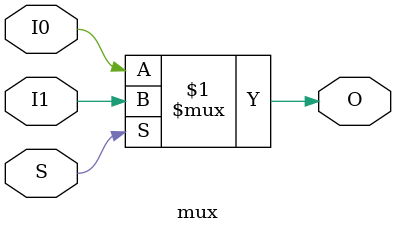
<source format=v>
module mux(input I0, I1,S,
                 output O);
  assign O = S? I1 : I0;

endmodule

</source>
